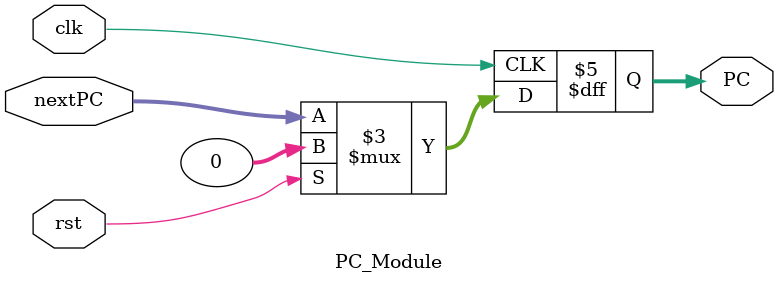
<source format=v>

module PC_Module(clk,rst,PC,nextPC);
    input clk,rst;
    input [31:0]nextPC;
    output [31:0]PC;
    reg [31:0] PC ;

    always @(posedge clk)
    begin
        if(rst)
            PC <= {32{1'b0}};
        else
            PC <= nextPC;
    end
endmodule
</source>
